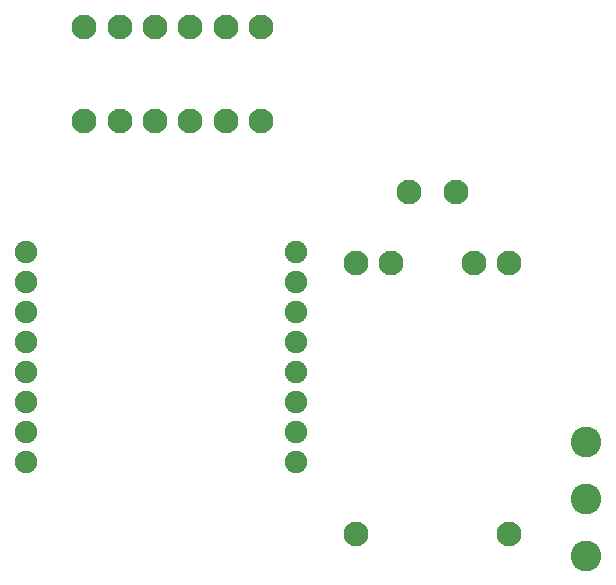
<source format=gbs>
%TF.GenerationSoftware,KiCad,Pcbnew,(5.1.10)-1*%
%TF.CreationDate,2021-12-21T20:20:17-05:00*%
%TF.ProjectId,SlimeVRMotherBoard,536c696d-6556-4524-9d6f-74686572426f,rev?*%
%TF.SameCoordinates,Original*%
%TF.FileFunction,Soldermask,Bot*%
%TF.FilePolarity,Negative*%
%FSLAX46Y46*%
G04 Gerber Fmt 4.6, Leading zero omitted, Abs format (unit mm)*
G04 Created by KiCad (PCBNEW (5.1.10)-1) date 2021-12-21 20:20:17*
%MOMM*%
%LPD*%
G01*
G04 APERTURE LIST*
%ADD10C,2.100000*%
%ADD11C,2.600000*%
%ADD12C,1.900000*%
G04 APERTURE END LIST*
D10*
%TO.C,BT1*%
X173000000Y-116000000D03*
X169000000Y-116000000D03*
%TD*%
D11*
%TO.C,S1*%
X184000000Y-142000000D03*
X184000000Y-146800000D03*
X184000000Y-137200000D03*
%TD*%
D10*
%TO.C,U1*%
X177500000Y-122000000D03*
X174500000Y-122000000D03*
X164500000Y-145000000D03*
X177500000Y-145000000D03*
X164500000Y-122000000D03*
X167500000Y-122000000D03*
%TD*%
D12*
%TO.C,U2*%
X136570000Y-138890000D03*
X159430000Y-138890000D03*
X136570000Y-136350000D03*
X159430000Y-136350000D03*
X136570000Y-133810000D03*
X159430000Y-133810000D03*
X136570000Y-131270000D03*
X159430000Y-131270000D03*
X136570000Y-128730000D03*
X159430000Y-128730000D03*
X136570000Y-126190000D03*
X159430000Y-126190000D03*
X136570000Y-123650000D03*
X159430000Y-123650000D03*
X136570000Y-121110000D03*
X159430000Y-121110000D03*
%TD*%
D10*
%TO.C,U3*%
X150500000Y-110000000D03*
X153500000Y-110000000D03*
X156500000Y-110000000D03*
X147500000Y-110000000D03*
X144500000Y-110000000D03*
X141500000Y-110000000D03*
%TD*%
%TO.C,U4*%
X141500000Y-102000000D03*
X144500000Y-102000000D03*
X147500000Y-102000000D03*
X156500000Y-102000000D03*
X153500000Y-102000000D03*
X150500000Y-102000000D03*
%TD*%
M02*

</source>
